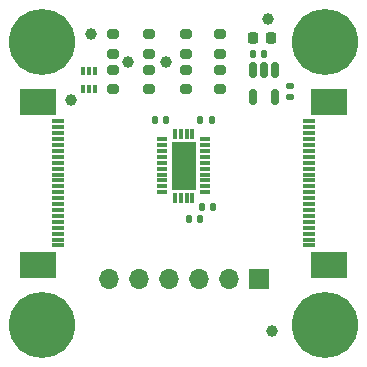
<source format=gbr>
%TF.GenerationSoftware,KiCad,Pcbnew,7.0.10*%
%TF.CreationDate,2024-02-18T19:35:46+01:00*%
%TF.ProjectId,CSI2SPY22,43534932-5350-4593-9232-2e6b69636164,rev?*%
%TF.SameCoordinates,Original*%
%TF.FileFunction,Soldermask,Bot*%
%TF.FilePolarity,Negative*%
%FSLAX46Y46*%
G04 Gerber Fmt 4.6, Leading zero omitted, Abs format (unit mm)*
G04 Created by KiCad (PCBNEW 7.0.10) date 2024-02-18 19:35:46*
%MOMM*%
%LPD*%
G01*
G04 APERTURE LIST*
G04 Aperture macros list*
%AMRoundRect*
0 Rectangle with rounded corners*
0 $1 Rounding radius*
0 $2 $3 $4 $5 $6 $7 $8 $9 X,Y pos of 4 corners*
0 Add a 4 corners polygon primitive as box body*
4,1,4,$2,$3,$4,$5,$6,$7,$8,$9,$2,$3,0*
0 Add four circle primitives for the rounded corners*
1,1,$1+$1,$2,$3*
1,1,$1+$1,$4,$5*
1,1,$1+$1,$6,$7*
1,1,$1+$1,$8,$9*
0 Add four rect primitives between the rounded corners*
20,1,$1+$1,$2,$3,$4,$5,0*
20,1,$1+$1,$4,$5,$6,$7,0*
20,1,$1+$1,$6,$7,$8,$9,0*
20,1,$1+$1,$8,$9,$2,$3,0*%
G04 Aperture macros list end*
%ADD10R,1.700000X1.700000*%
%ADD11O,1.700000X1.700000*%
%ADD12C,5.600000*%
%ADD13C,1.000000*%
%ADD14RoundRect,0.200000X-0.275000X0.200000X-0.275000X-0.200000X0.275000X-0.200000X0.275000X0.200000X0*%
%ADD15RoundRect,0.140000X-0.140000X-0.170000X0.140000X-0.170000X0.140000X0.170000X-0.140000X0.170000X0*%
%ADD16RoundRect,0.225000X-0.225000X-0.250000X0.225000X-0.250000X0.225000X0.250000X-0.225000X0.250000X0*%
%ADD17R,0.850000X0.300000*%
%ADD18R,0.300000X0.850000*%
%ADD19R,2.100000X4.100000*%
%ADD20R,1.100000X0.300000*%
%ADD21R,3.100000X2.300000*%
%ADD22RoundRect,0.140000X0.140000X0.170000X-0.140000X0.170000X-0.140000X-0.170000X0.140000X-0.170000X0*%
%ADD23R,0.340000X0.700000*%
%ADD24RoundRect,0.150000X-0.150000X0.512500X-0.150000X-0.512500X0.150000X-0.512500X0.150000X0.512500X0*%
%ADD25RoundRect,0.140000X0.170000X-0.140000X0.170000X0.140000X-0.170000X0.140000X-0.170000X-0.140000X0*%
G04 APERTURE END LIST*
D10*
%TO.C,J3*%
X21425000Y-23075000D03*
D11*
X18885000Y-23075000D03*
X16345000Y-23075000D03*
X13805000Y-23075000D03*
X11265000Y-23075000D03*
X8725000Y-23075000D03*
%TD*%
D12*
%TO.C,H2*%
X3000000Y-27000000D03*
%TD*%
%TO.C,H1*%
X3000000Y-3000000D03*
%TD*%
%TO.C,H3*%
X27000000Y-27000000D03*
%TD*%
%TO.C,H4*%
X27000000Y-3000000D03*
%TD*%
D13*
%TO.C,TP1*%
X7175000Y-2375000D03*
%TD*%
D14*
%TO.C,R2*%
X18115000Y-5370000D03*
X18115000Y-7020000D03*
%TD*%
D15*
%TO.C,C2*%
X16430000Y-9640000D03*
X17390000Y-9640000D03*
%TD*%
D16*
%TO.C,C7*%
X20860000Y-2695000D03*
X22410000Y-2695000D03*
%TD*%
D17*
%TO.C,IC1*%
X16800000Y-11250000D03*
X16800000Y-11750000D03*
X16800000Y-12250000D03*
X16800000Y-12750000D03*
X16800000Y-13250000D03*
X16800000Y-13750000D03*
X16800000Y-14250000D03*
X16800000Y-14750000D03*
X16800000Y-15250000D03*
X16800000Y-15750000D03*
D18*
X15750000Y-16200000D03*
X15250000Y-16200000D03*
X14750000Y-16200000D03*
X14250000Y-16200000D03*
D17*
X13200000Y-15750000D03*
X13200000Y-15250000D03*
X13200000Y-14750000D03*
X13200000Y-14250000D03*
X13200000Y-13750000D03*
X13200000Y-13250000D03*
X13200000Y-12750000D03*
X13200000Y-12250000D03*
X13200000Y-11750000D03*
X13200000Y-11250000D03*
D18*
X14250000Y-10800000D03*
X14750000Y-10800000D03*
X15250000Y-10800000D03*
X15750000Y-10800000D03*
D19*
X15000000Y-13500000D03*
%TD*%
D20*
%TO.C,J4*%
X25650000Y-9750000D03*
X25650000Y-10250000D03*
X25650000Y-10750000D03*
X25650000Y-11250000D03*
X25650000Y-11750000D03*
X25650000Y-12250000D03*
X25650000Y-12750000D03*
X25650000Y-13250000D03*
X25650000Y-13750000D03*
X25650000Y-14250000D03*
X25650000Y-14750000D03*
X25650000Y-15250000D03*
X25650000Y-15750000D03*
X25650000Y-16250000D03*
X25650000Y-16750000D03*
X25650000Y-17250000D03*
X25650000Y-17750000D03*
X25650000Y-18250000D03*
X25650000Y-18750000D03*
X25650000Y-19250000D03*
X25650000Y-19750000D03*
X25650000Y-20250000D03*
D21*
X27350000Y-8080000D03*
X27350000Y-21920000D03*
%TD*%
D14*
%TO.C,R1*%
X18105000Y-2370000D03*
X18105000Y-4020000D03*
%TD*%
%TO.C,R8*%
X9025000Y-5370000D03*
X9025000Y-7020000D03*
%TD*%
D22*
%TO.C,C3*%
X13545000Y-9650000D03*
X12585000Y-9650000D03*
%TD*%
D14*
%TO.C,R6*%
X12105000Y-5370000D03*
X12105000Y-7020000D03*
%TD*%
D15*
%TO.C,C4*%
X15455000Y-18005000D03*
X16415000Y-18005000D03*
%TD*%
D13*
%TO.C,FID4*%
X22500000Y-27500000D03*
%TD*%
D20*
%TO.C,J5*%
X4350000Y-9750000D03*
X4350000Y-10250000D03*
X4350000Y-10750000D03*
X4350000Y-11250000D03*
X4350000Y-11750000D03*
X4350000Y-12250000D03*
X4350000Y-12750000D03*
X4350000Y-13250000D03*
X4350000Y-13750000D03*
X4350000Y-14250000D03*
X4350000Y-14750000D03*
X4350000Y-15250000D03*
X4350000Y-15750000D03*
X4350000Y-16250000D03*
X4350000Y-16750000D03*
X4350000Y-17250000D03*
X4350000Y-17750000D03*
X4350000Y-18250000D03*
X4350000Y-18750000D03*
X4350000Y-19250000D03*
X4350000Y-19750000D03*
X4350000Y-20250000D03*
D21*
X2650000Y-21920000D03*
X2650000Y-8080000D03*
%TD*%
D23*
%TO.C,Q1*%
X6475000Y-5475000D03*
X6975000Y-5475000D03*
X7475000Y-5475000D03*
X7475000Y-6975000D03*
X6975000Y-6975000D03*
X6475000Y-6975000D03*
%TD*%
D13*
%TO.C,FID3*%
X5500000Y-7945000D03*
%TD*%
D14*
%TO.C,R7*%
X9015000Y-2370000D03*
X9015000Y-4020000D03*
%TD*%
D24*
%TO.C,U1*%
X20875000Y-5422500D03*
X21825000Y-5422500D03*
X22775000Y-5422500D03*
X22775000Y-7697500D03*
X20875000Y-7697500D03*
%TD*%
D13*
%TO.C,TP4*%
X22125000Y-1075000D03*
%TD*%
%TO.C,TP2*%
X13525000Y-4725000D03*
%TD*%
D15*
%TO.C,C6*%
X20855000Y-4025000D03*
X21815000Y-4025000D03*
%TD*%
D13*
%TO.C,TP3*%
X10325000Y-4725000D03*
%TD*%
D14*
%TO.C,R3*%
X15175000Y-2370000D03*
X15175000Y-4020000D03*
%TD*%
D25*
%TO.C,C5*%
X24015000Y-7695000D03*
X24015000Y-6735000D03*
%TD*%
D14*
%TO.C,R5*%
X12095000Y-2370000D03*
X12095000Y-4020000D03*
%TD*%
%TO.C,R4*%
X15185000Y-5370000D03*
X15185000Y-7020000D03*
%TD*%
D15*
%TO.C,C1*%
X16530000Y-17005000D03*
X17490000Y-17005000D03*
%TD*%
M02*

</source>
